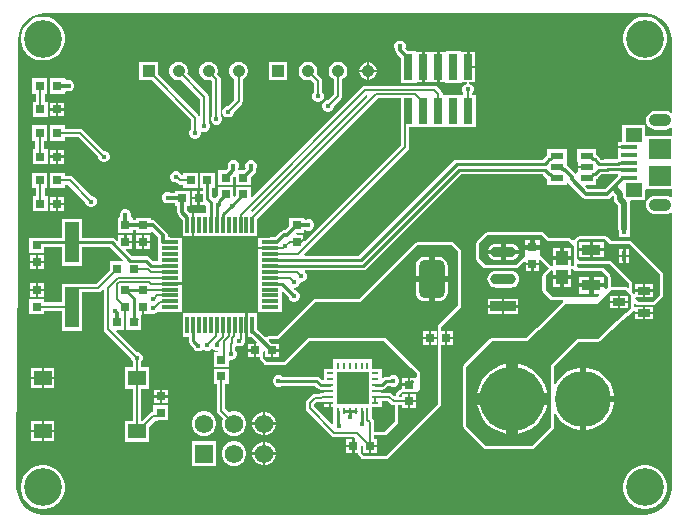
<source format=gtl>
G04*
G04 #@! TF.GenerationSoftware,Altium Limited,Altium Designer,22.0.2 (36)*
G04*
G04 Layer_Physical_Order=1*
G04 Layer_Color=255*
%FSLAX25Y25*%
%MOIN*%
G70*
G04*
G04 #@! TF.SameCoordinates,77FB473F-6002-4E98-9841-083E989A2A2F*
G04*
G04*
G04 #@! TF.FilePolarity,Positive*
G04*
G01*
G75*
%ADD10C,0.00984*%
%ADD12C,0.00787*%
%ADD19R,0.03000X0.03000*%
%ADD20R,0.01811X0.03307*%
%ADD21R,0.05807X0.01181*%
%ADD22R,0.01181X0.05807*%
%ADD23R,0.04400X0.02400*%
%ADD24R,0.06102X0.05118*%
%ADD25R,0.03000X0.03000*%
%ADD26R,0.03150X0.03150*%
%ADD27R,0.02362X0.00984*%
%ADD28R,0.00984X0.02362*%
%ADD30R,0.02992X0.08661*%
%ADD31R,0.04331X0.02559*%
%ADD32R,0.06496X0.03622*%
%ADD33R,0.04166X0.04748*%
G04:AMPARAMS|DCode=34|XSize=85.03mil|YSize=126.46mil|CornerRadius=17.86mil|HoleSize=0mil|Usage=FLASHONLY|Rotation=180.000|XOffset=0mil|YOffset=0mil|HoleType=Round|Shape=RoundedRectangle|*
%AMROUNDEDRECTD34*
21,1,0.08503,0.09075,0,0,180.0*
21,1,0.04932,0.12646,0,0,180.0*
1,1,0.03571,-0.02466,0.04538*
1,1,0.03571,0.02466,0.04538*
1,1,0.03571,0.02466,-0.04538*
1,1,0.03571,-0.02466,-0.04538*
%
%ADD34ROUNDEDRECTD34*%
G04:AMPARAMS|DCode=35|XSize=85.03mil|YSize=35.91mil|CornerRadius=17.96mil|HoleSize=0mil|Usage=FLASHONLY|Rotation=180.000|XOffset=0mil|YOffset=0mil|HoleType=Round|Shape=RoundedRectangle|*
%AMROUNDEDRECTD35*
21,1,0.08503,0.00000,0,0,180.0*
21,1,0.04911,0.03591,0,0,180.0*
1,1,0.03591,-0.02456,0.00000*
1,1,0.03591,0.02456,0.00000*
1,1,0.03591,0.02456,0.00000*
1,1,0.03591,-0.02456,0.00000*
%
%ADD35ROUNDEDRECTD35*%
%ADD36R,0.08503X0.03591*%
%ADD37R,0.05512X0.01575*%
%ADD38R,0.05709X0.04528*%
%ADD39R,0.07480X0.06890*%
%ADD40R,0.04724X0.13780*%
%ADD47R,0.10630X0.10630*%
%ADD50C,0.06181*%
%ADD51R,0.06181X0.06181*%
%ADD57O,0.07480X0.04134*%
%ADD58C,0.01024*%
%ADD59C,0.01181*%
%ADD60C,0.01968*%
%ADD61C,0.00827*%
%ADD62C,0.12598*%
%ADD63R,0.04134X0.04134*%
%ADD64C,0.04134*%
%ADD65C,0.21496*%
%ADD66C,0.18661*%
%ADD67C,0.01772*%
G36*
X537405Y394104D02*
X539225Y393350D01*
X540863Y392256D01*
X542256Y390863D01*
X543350Y389225D01*
X544104Y387405D01*
X544488Y385473D01*
Y384488D01*
Y361277D01*
X543988Y361030D01*
X543712Y361242D01*
X542966Y361551D01*
X542165Y361656D01*
X538819D01*
X538018Y361551D01*
X537272Y361242D01*
X536632Y360750D01*
X536140Y360110D01*
X535831Y359364D01*
X535726Y358563D01*
X535831Y357762D01*
X536140Y357016D01*
X536632Y356376D01*
X537272Y355884D01*
X538018Y355575D01*
X538819Y355470D01*
X542165D01*
X542966Y355575D01*
X543712Y355884D01*
X543988Y356096D01*
X544488Y355849D01*
Y353362D01*
X536067D01*
X535752Y353362D01*
X535567Y353786D01*
Y356886D01*
X527858D01*
Y351181D01*
X526516D01*
Y350000D01*
X530059D01*
Y349213D01*
X526516D01*
Y348835D01*
X526303D01*
Y345690D01*
X526164Y345663D01*
X522176D01*
X521586Y345545D01*
X521467Y345466D01*
X520785D01*
X520535Y345840D01*
X519773Y346602D01*
X519273Y346936D01*
X519145Y346961D01*
Y348952D01*
X512745D01*
Y344552D01*
X512957D01*
Y343406D01*
X515945D01*
Y342618D01*
X512957D01*
Y341472D01*
X512745D01*
Y340886D01*
X512245Y340734D01*
X512170Y340846D01*
X510020Y342996D01*
X509494Y343348D01*
X509302Y343386D01*
Y348952D01*
X502902D01*
Y346961D01*
X502774Y346936D01*
X502274Y346602D01*
X501513Y345840D01*
X501262Y345466D01*
X472645D01*
X472055Y345348D01*
X471555Y345014D01*
X440018Y313477D01*
X421986D01*
X421795Y313939D01*
X456438Y348583D01*
X456746Y349044D01*
X456854Y349587D01*
Y356480D01*
X459031D01*
X459031Y356480D01*
X459039D01*
Y356480D01*
X459531Y356480D01*
X464031D01*
Y356480D01*
X464039D01*
Y356480D01*
X468539D01*
X469031Y356480D01*
X469531Y356480D01*
X473539D01*
X474031Y356480D01*
X474532Y356480D01*
X479032D01*
Y367142D01*
X477819D01*
Y367672D01*
X477977Y367829D01*
X478264Y368523D01*
Y369273D01*
X477977Y369966D01*
X477446Y370496D01*
X476753Y370783D01*
X476810Y371260D01*
X478819D01*
Y375984D01*
X476535D01*
Y376378D01*
X476142D01*
Y381496D01*
X474443Y381496D01*
X474031Y381709D01*
X473840Y381709D01*
X469039Y381709D01*
X468627Y381496D01*
X468539Y381496D01*
X466929D01*
Y376378D01*
Y371260D01*
X468627Y371260D01*
X469039Y371047D01*
X469231Y371047D01*
X474031Y371047D01*
X474443Y371260D01*
X475946Y371260D01*
X476003Y370783D01*
X475310Y370496D01*
X474779Y369966D01*
X474492Y369273D01*
Y368523D01*
X474779Y367829D01*
X474708Y367267D01*
X474583Y367142D01*
X474039Y367142D01*
X473539Y367142D01*
X469531D01*
X469039Y367142D01*
X468539Y367142D01*
X467956D01*
Y367323D01*
X467848Y367867D01*
X467540Y368328D01*
X466253Y369615D01*
X465792Y369923D01*
X465248Y370031D01*
X442233D01*
X441689Y369923D01*
X441228Y369615D01*
X404537Y332923D01*
X404075Y333115D01*
Y336364D01*
X399075D01*
Y333516D01*
X398631Y333072D01*
X398169Y333263D01*
Y336364D01*
X393169D01*
Y333516D01*
X392315Y332661D01*
X392271Y332595D01*
X392193Y332555D01*
X391639Y332549D01*
X391088Y333100D01*
Y336083D01*
X392067D01*
Y341083D01*
X387067D01*
Y336083D01*
X388046D01*
Y334965D01*
X387002D01*
Y332677D01*
Y330390D01*
X388896D01*
X389227Y330027D01*
Y327675D01*
X385220D01*
Y327463D01*
X385220D01*
Y323772D01*
Y320081D01*
X385220D01*
Y319868D01*
X406118D01*
Y323831D01*
X406145Y323968D01*
Y325693D01*
X446354Y365902D01*
X454039D01*
Y360846D01*
X454012Y360709D01*
Y350176D01*
X422041Y318205D01*
X421579Y318396D01*
Y320404D01*
X419318D01*
X419072Y320904D01*
X419237Y321116D01*
X421791D01*
Y322047D01*
X422341D01*
X422853Y321835D01*
X423603D01*
X424297Y322122D01*
X424827Y322652D01*
X425114Y323345D01*
Y324096D01*
X424827Y324789D01*
X424297Y325319D01*
X423603Y325606D01*
X422853D01*
X422291Y325374D01*
X421909Y325550D01*
X421791Y325658D01*
Y326116D01*
X416791D01*
Y323410D01*
X415314Y321932D01*
X415096D01*
X414475Y321808D01*
X413949Y321457D01*
X412027Y319535D01*
X410386D01*
X410229Y319504D01*
X406482D01*
Y316323D01*
X406695D01*
Y316323D01*
X410229D01*
X410386Y316291D01*
Y315567D01*
X406695D01*
Y315567D01*
X406482D01*
Y312386D01*
Y310417D01*
Y306480D01*
Y302543D01*
Y298606D01*
Y294669D01*
X414289D01*
Y296638D01*
Y301410D01*
X414751Y301601D01*
X416618Y299734D01*
Y299625D01*
X416905Y298932D01*
X417436Y298401D01*
X418129Y298114D01*
X418879D01*
X419572Y298401D01*
X420103Y298932D01*
X420390Y299625D01*
Y300375D01*
X420103Y301068D01*
X419572Y301599D01*
X418879Y301886D01*
X418770D01*
X418317Y302339D01*
X418524Y302839D01*
X418879D01*
X419572Y303126D01*
X420103Y303656D01*
X420330Y304204D01*
X420390Y304349D01*
X420845Y304666D01*
X421159D01*
X421852Y304953D01*
X422382Y305484D01*
X422669Y306177D01*
Y306927D01*
X422382Y307620D01*
X421933Y308070D01*
X422020Y308452D01*
X422086Y308570D01*
X441412D01*
X442002Y308687D01*
X442502Y309021D01*
X474039Y340558D01*
X501262D01*
X501513Y340183D01*
X502274Y339422D01*
X502774Y339088D01*
X502902Y339062D01*
Y337072D01*
X509302D01*
Y337657D01*
X509802Y337809D01*
X509877Y337697D01*
X514764Y332810D01*
X515290Y332458D01*
X515911Y332335D01*
X522677D01*
X523298Y332458D01*
X523824Y332810D01*
X524588Y333574D01*
X525058Y333105D01*
Y332363D01*
X525212Y331588D01*
X525650Y330932D01*
X526520Y330062D01*
Y322441D01*
X526638Y321850D01*
Y319788D01*
X530449D01*
Y321850D01*
X530567Y322441D01*
Y330900D01*
X530429Y331591D01*
X530687Y332091D01*
X535567D01*
Y335191D01*
X535752Y335614D01*
X536067Y335614D01*
X544488D01*
Y333127D01*
X543988Y332880D01*
X543712Y333092D01*
X542966Y333401D01*
X542165Y333507D01*
X538819D01*
X538018Y333401D01*
X537272Y333092D01*
X536632Y332601D01*
X536140Y331960D01*
X535831Y331214D01*
X535726Y330413D01*
X535831Y329613D01*
X536140Y328867D01*
X536632Y328226D01*
X537272Y327734D01*
X538018Y327425D01*
X538819Y327320D01*
X542165D01*
X542966Y327425D01*
X543712Y327734D01*
X543988Y327946D01*
X544488Y327700D01*
Y236870D01*
Y235885D01*
X544104Y233953D01*
X543350Y232133D01*
X542256Y230495D01*
X540863Y229103D01*
X539225Y228008D01*
X537405Y227254D01*
X535473Y226870D01*
X334901D01*
X332969Y227254D01*
X331149Y228008D01*
X329511Y229103D01*
X328118Y230495D01*
X327024Y232133D01*
X326270Y233953D01*
X325886Y235885D01*
Y236870D01*
Y243701D01*
X326279Y313484D01*
Y384488D01*
Y385473D01*
X326664Y387405D01*
X327418Y389225D01*
X328512Y390863D01*
X329905Y392256D01*
X331543Y393350D01*
X333363Y394104D01*
X335295Y394488D01*
X535473D01*
X537405Y394104D01*
D02*
G37*
G36*
X526303Y340727D02*
Y339876D01*
X524542Y338115D01*
X522006Y335578D01*
X516583D01*
X515552Y336610D01*
X515743Y337072D01*
X519145D01*
Y339062D01*
X519273Y339088D01*
X519773Y339422D01*
X520535Y340183D01*
X520785Y340558D01*
X522734D01*
X523324Y340675D01*
X523444Y340755D01*
X526163D01*
X526303Y340727D01*
D02*
G37*
G36*
X442622Y366895D02*
X442786Y366353D01*
X404387Y327954D01*
X404309Y327969D01*
X404144Y328512D01*
X442543Y366911D01*
X442622Y366895D01*
D02*
G37*
%LPC*%
G36*
X464252Y381496D02*
X463819D01*
X463752Y381496D01*
X461929D01*
Y376378D01*
Y371260D01*
X463752D01*
X463819Y371260D01*
X464252D01*
X464319Y371260D01*
X466142D01*
Y376378D01*
Y381496D01*
X464319D01*
X464252Y381496D01*
D02*
G37*
G36*
X536152Y393126D02*
X534714D01*
X533304Y392846D01*
X531976Y392295D01*
X530780Y391496D01*
X529763Y390480D01*
X528965Y389284D01*
X528414Y387956D01*
X528134Y386546D01*
Y385108D01*
X528414Y383698D01*
X528965Y382369D01*
X529763Y381174D01*
X530780Y380157D01*
X531976Y379358D01*
X533304Y378808D01*
X534714Y378528D01*
X536152D01*
X537562Y378808D01*
X538891Y379358D01*
X540086Y380157D01*
X541103Y381174D01*
X541901Y382369D01*
X542452Y383698D01*
X542732Y385108D01*
Y386546D01*
X542452Y387956D01*
X541901Y389284D01*
X541103Y390480D01*
X540086Y391496D01*
X538891Y392295D01*
X537562Y392846D01*
X536152Y393126D01*
D02*
G37*
G36*
X335365D02*
X333927D01*
X332517Y392846D01*
X331188Y392295D01*
X329993Y391496D01*
X328976Y390480D01*
X328177Y389284D01*
X327627Y387956D01*
X327346Y386546D01*
Y385108D01*
X327627Y383698D01*
X328177Y382369D01*
X328976Y381174D01*
X329993Y380157D01*
X331188Y379358D01*
X332517Y378808D01*
X333927Y378528D01*
X335365D01*
X336775Y378808D01*
X338103Y379358D01*
X339299Y380157D01*
X340315Y381174D01*
X341114Y382369D01*
X341664Y383698D01*
X341945Y385108D01*
Y386546D01*
X341664Y387956D01*
X341114Y389284D01*
X340315Y390480D01*
X339299Y391496D01*
X338103Y392295D01*
X336775Y392846D01*
X335365Y393126D01*
D02*
G37*
G36*
X476929Y381496D02*
Y376772D01*
X478819D01*
Y381496D01*
X476929D01*
D02*
G37*
G36*
X443465Y377850D02*
Y375394D01*
X445920D01*
X445731Y376102D01*
X445355Y376753D01*
X444823Y377284D01*
X444172Y377660D01*
X443465Y377850D01*
D02*
G37*
G36*
X442677D02*
X441969Y377660D01*
X441318Y377284D01*
X440787Y376753D01*
X440411Y376102D01*
X440221Y375394D01*
X442677D01*
Y377850D01*
D02*
G37*
G36*
X445920Y374606D02*
X443465D01*
Y372150D01*
X444172Y372340D01*
X444823Y372716D01*
X445355Y373247D01*
X445731Y373898D01*
X445920Y374606D01*
D02*
G37*
G36*
X442677D02*
X440221D01*
X440411Y373898D01*
X440787Y373247D01*
X441318Y372716D01*
X441969Y372340D01*
X442677Y372150D01*
Y374606D01*
D02*
G37*
G36*
X416138Y378067D02*
X410004D01*
Y371933D01*
X416138D01*
Y378067D01*
D02*
G37*
G36*
X454115Y385154D02*
X453365D01*
X452672Y384866D01*
X452141Y384336D01*
X451854Y383643D01*
Y382893D01*
X452141Y382200D01*
X452231Y382109D01*
Y381895D01*
X452355Y381274D01*
X452706Y380748D01*
X454039Y379415D01*
Y371047D01*
X459031Y371047D01*
X459443Y371260D01*
X459531Y371260D01*
X461142D01*
Y376378D01*
Y381496D01*
X459443Y381496D01*
X459031Y381709D01*
X458840Y381709D01*
X456333D01*
X455486Y382555D01*
X455626Y382893D01*
Y383643D01*
X455339Y384336D01*
X454808Y384866D01*
X454115Y385154D01*
D02*
G37*
G36*
X342142Y372654D02*
X336992D01*
Y367504D01*
X342142D01*
Y367979D01*
X342642Y368313D01*
X342932Y368193D01*
X343682D01*
X344375Y368480D01*
X344906Y369010D01*
X345193Y369704D01*
Y370454D01*
X344906Y371147D01*
X344375Y371677D01*
X343682Y371965D01*
X342932D01*
X342642Y371844D01*
X342142Y372179D01*
Y372654D01*
D02*
G37*
G36*
X423475Y378067D02*
X422667D01*
X421887Y377858D01*
X421188Y377454D01*
X420617Y376883D01*
X420213Y376184D01*
X420004Y375404D01*
Y374596D01*
X420213Y373816D01*
X420617Y373117D01*
X421188Y372546D01*
X421887Y372142D01*
X422667Y371933D01*
X423475D01*
X423990Y372071D01*
X424957Y371104D01*
Y367781D01*
X424779Y367604D01*
X424492Y366911D01*
Y366160D01*
X424779Y365467D01*
X425310Y364937D01*
X426003Y364650D01*
X426753D01*
X427446Y364937D01*
X427977Y365467D01*
X428264Y366160D01*
Y366911D01*
X427977Y367604D01*
X427799Y367781D01*
Y371693D01*
X427691Y372237D01*
X427383Y372698D01*
X426000Y374081D01*
X426138Y374596D01*
Y375404D01*
X425929Y376184D01*
X425525Y376883D01*
X424954Y377454D01*
X424255Y377858D01*
X423475Y378067D01*
D02*
G37*
G36*
X341652Y364492D02*
X339758D01*
Y362598D01*
X341652D01*
Y364492D01*
D02*
G37*
G36*
X338970D02*
X337077D01*
Y362598D01*
X338970D01*
Y364492D01*
D02*
G37*
G36*
X433475Y378067D02*
X432667D01*
X431887Y377858D01*
X431188Y377454D01*
X430617Y376883D01*
X430213Y376184D01*
X430004Y375404D01*
Y374596D01*
X430213Y373816D01*
X430617Y373117D01*
X431188Y372546D01*
X431650Y372279D01*
Y367313D01*
X429608Y365272D01*
X429357D01*
X428664Y364984D01*
X428134Y364454D01*
X427846Y363761D01*
Y363011D01*
X428134Y362318D01*
X428664Y361787D01*
X429357Y361500D01*
X430107D01*
X430800Y361787D01*
X431331Y362318D01*
X431618Y363011D01*
Y363262D01*
X434076Y365720D01*
X434384Y366180D01*
X434492Y366724D01*
Y372279D01*
X434954Y372546D01*
X435525Y373117D01*
X435929Y373816D01*
X436138Y374596D01*
Y375404D01*
X435929Y376184D01*
X435525Y376883D01*
X434954Y377454D01*
X434255Y377858D01*
X433475Y378067D01*
D02*
G37*
G36*
X380325D02*
X379517D01*
X378737Y377858D01*
X378038Y377454D01*
X377467Y376883D01*
X377063Y376184D01*
X376854Y375404D01*
Y374596D01*
X377063Y373816D01*
X377467Y373117D01*
X378038Y372546D01*
X378737Y372142D01*
X379517Y371933D01*
X380325D01*
X380840Y372071D01*
X387162Y365750D01*
Y360310D01*
X386662Y360158D01*
X386438Y360493D01*
X372988Y373943D01*
Y378067D01*
X366854D01*
Y371933D01*
X370978D01*
X384012Y358899D01*
Y355577D01*
X383834Y355399D01*
X383547Y354706D01*
Y353956D01*
X383834Y353262D01*
X384365Y352732D01*
X385058Y352445D01*
X385808D01*
X386501Y352732D01*
X387032Y353262D01*
X387319Y353956D01*
Y354637D01*
X387523Y354850D01*
X387737Y355002D01*
X388208Y354807D01*
X388958D01*
X389651Y355094D01*
X390181Y355625D01*
X390469Y356318D01*
Y357068D01*
X390181Y357761D01*
X390004Y357939D01*
Y366338D01*
X389896Y366882D01*
X389587Y367343D01*
X382850Y374081D01*
X382988Y374596D01*
Y375404D01*
X382779Y376184D01*
X382375Y376883D01*
X381804Y377454D01*
X381105Y377858D01*
X380325Y378067D01*
D02*
G37*
G36*
X341652Y361811D02*
X339758D01*
Y359917D01*
X341652D01*
Y361811D01*
D02*
G37*
G36*
X338970D02*
X337077D01*
Y359917D01*
X338970D01*
Y361811D01*
D02*
G37*
G36*
X336236Y372654D02*
X331087D01*
Y367504D01*
X332423D01*
Y364705D01*
X331364D01*
Y359705D01*
X336364D01*
Y364705D01*
X335305D01*
Y367504D01*
X336236D01*
Y372654D01*
D02*
G37*
G36*
X400325Y378067D02*
X399517D01*
X398737Y377858D01*
X398038Y377454D01*
X397467Y376883D01*
X397063Y376184D01*
X396854Y375404D01*
Y374596D01*
X397063Y373816D01*
X397467Y373117D01*
X398038Y372546D01*
X398500Y372279D01*
Y365470D01*
X396333Y363303D01*
X396082D01*
X395389Y363016D01*
X394858Y362486D01*
X394571Y361792D01*
Y361042D01*
X394858Y360349D01*
X395389Y359819D01*
X396082Y359531D01*
X396832D01*
X397525Y359819D01*
X398055Y360349D01*
X398342Y361042D01*
Y361294D01*
X400926Y363877D01*
X401234Y364338D01*
X401342Y364882D01*
Y372279D01*
X401804Y372546D01*
X402375Y373117D01*
X402779Y373816D01*
X402988Y374596D01*
Y375404D01*
X402779Y376184D01*
X402375Y376883D01*
X401804Y377454D01*
X401105Y377858D01*
X400325Y378067D01*
D02*
G37*
G36*
X390325D02*
X389517D01*
X388737Y377858D01*
X388038Y377454D01*
X387467Y376883D01*
X387063Y376184D01*
X386854Y375404D01*
Y374596D01*
X387063Y373816D01*
X387467Y373117D01*
X388038Y372546D01*
X388737Y372142D01*
X389517Y371933D01*
X390325D01*
X390689Y372031D01*
X391099Y371687D01*
Y360301D01*
X390921Y360123D01*
X390634Y359430D01*
Y358680D01*
X390921Y357987D01*
X391452Y357456D01*
X392145Y357169D01*
X392895D01*
X393588Y357456D01*
X394118Y357987D01*
X394406Y358680D01*
Y359430D01*
X394118Y360123D01*
X393941Y360301D01*
Y372401D01*
X393832Y372945D01*
X393525Y373406D01*
X392850Y374081D01*
X392988Y374596D01*
Y375404D01*
X392779Y376184D01*
X392375Y376883D01*
X391804Y377454D01*
X391105Y377858D01*
X390325Y378067D01*
D02*
G37*
G36*
X341652Y348744D02*
X339758D01*
Y346850D01*
X341652D01*
Y348744D01*
D02*
G37*
G36*
X338970D02*
X337077D01*
Y346850D01*
X338970D01*
Y348744D01*
D02*
G37*
G36*
X342142Y356906D02*
X336992D01*
Y351756D01*
X342142D01*
Y352910D01*
X346655D01*
X353232Y346333D01*
Y346082D01*
X353519Y345389D01*
X354050Y344858D01*
X354743Y344571D01*
X355493D01*
X356186Y344858D01*
X356717Y345389D01*
X357004Y346082D01*
Y346832D01*
X356717Y347525D01*
X356186Y348055D01*
X355493Y348342D01*
X355242D01*
X348249Y355336D01*
X347788Y355644D01*
X347244Y355752D01*
X342142D01*
Y356906D01*
D02*
G37*
G36*
X341652Y346063D02*
X339758D01*
Y344169D01*
X341652D01*
Y346063D01*
D02*
G37*
G36*
X338970D02*
X337077D01*
Y344169D01*
X338970D01*
Y346063D01*
D02*
G37*
G36*
X336236Y356906D02*
X331087D01*
Y351756D01*
X332220D01*
Y348957D01*
X331364D01*
Y343957D01*
X336364D01*
Y348957D01*
X335103D01*
Y351756D01*
X336236D01*
Y356906D01*
D02*
G37*
G36*
X398604Y345390D02*
X397853D01*
X397160Y345103D01*
X396630Y344572D01*
X396342Y343879D01*
Y343129D01*
X396576Y342565D01*
X395876Y341864D01*
X393169D01*
Y336864D01*
X398169D01*
Y339571D01*
X398613Y340014D01*
X399075Y339823D01*
Y336864D01*
X404075D01*
Y339571D01*
X405281Y340776D01*
X405632Y341303D01*
X405756Y341923D01*
Y342393D01*
X406020Y343030D01*
Y343781D01*
X405733Y344474D01*
X405202Y345004D01*
X404509Y345291D01*
X403759D01*
X403066Y345004D01*
X402535Y344474D01*
X402248Y343781D01*
Y343030D01*
X402453Y342536D01*
X401781Y341864D01*
X399899D01*
X399850Y341923D01*
Y342491D01*
X400114Y343129D01*
Y343879D01*
X399827Y344572D01*
X399297Y345103D01*
X398604Y345390D01*
D02*
G37*
G36*
X379509Y341650D02*
X378759D01*
X378066Y341363D01*
X377535Y340832D01*
X377248Y340139D01*
Y339389D01*
X377535Y338696D01*
X378066Y338165D01*
X378759Y337878D01*
X379237D01*
X379552Y337564D01*
X380019Y337251D01*
X380571Y337142D01*
X381567D01*
Y336083D01*
X386567D01*
Y341083D01*
X381567D01*
Y340267D01*
X381067Y340124D01*
X380996Y340195D01*
X380733Y340832D01*
X380202Y341363D01*
X379509Y341650D01*
D02*
G37*
G36*
X383608Y335177D02*
X378608D01*
Y334348D01*
X377374D01*
X377348Y334374D01*
X376655Y334661D01*
X375904D01*
X375211Y334374D01*
X374681Y333844D01*
X374394Y333151D01*
Y332400D01*
X374681Y331707D01*
X375211Y331177D01*
X375904Y330890D01*
X376655D01*
X377173Y331105D01*
X378608D01*
Y330177D01*
X379486D01*
Y327850D01*
X379610Y327230D01*
X379961Y326704D01*
X381252Y325413D01*
Y323772D01*
X381283Y323615D01*
Y319868D01*
X384465D01*
Y320081D01*
X384465D01*
Y323615D01*
X384496Y323772D01*
Y326085D01*
X384465Y326241D01*
Y327463D01*
X384465D01*
Y327675D01*
X383577D01*
X382730Y328522D01*
Y330177D01*
X383608D01*
Y335177D01*
D02*
G37*
G36*
X386214Y334965D02*
X384321D01*
Y333071D01*
X386214D01*
Y334965D01*
D02*
G37*
G36*
X341652Y332996D02*
X339758D01*
Y331102D01*
X341652D01*
Y332996D01*
D02*
G37*
G36*
X338970D02*
X337077D01*
Y331102D01*
X338970D01*
Y332996D01*
D02*
G37*
G36*
X386214Y332283D02*
X384321D01*
Y330390D01*
X386214D01*
Y332283D01*
D02*
G37*
G36*
X342142Y341157D02*
X336992D01*
Y336008D01*
X342142D01*
Y337162D01*
X343112D01*
X348902Y331372D01*
Y331121D01*
X349189Y330428D01*
X349719Y329897D01*
X350412Y329610D01*
X351163D01*
X351856Y329897D01*
X352386Y330428D01*
X352673Y331121D01*
Y331871D01*
X352386Y332564D01*
X351856Y333095D01*
X351163Y333382D01*
X350911D01*
X344706Y339587D01*
X344245Y339895D01*
X343701Y340004D01*
X342142D01*
Y341157D01*
D02*
G37*
G36*
X341652Y330315D02*
X339758D01*
Y328421D01*
X341652D01*
Y330315D01*
D02*
G37*
G36*
X338970D02*
X337077D01*
Y328421D01*
X338970D01*
Y330315D01*
D02*
G37*
G36*
X336236Y341157D02*
X331087D01*
Y336008D01*
X332423D01*
Y333209D01*
X331364D01*
Y328209D01*
X336364D01*
Y333209D01*
X335305D01*
Y336008D01*
X336236D01*
Y341157D01*
D02*
G37*
G36*
X370398Y320404D02*
X368504D01*
Y318510D01*
X370398D01*
Y320404D01*
D02*
G37*
G36*
X364492D02*
X362598D01*
Y318510D01*
X364492D01*
Y320404D01*
D02*
G37*
G36*
X367717D02*
X365823D01*
Y318510D01*
X367717D01*
Y320404D01*
D02*
G37*
G36*
X370398Y317723D02*
X368504D01*
Y315829D01*
X370398D01*
Y317723D01*
D02*
G37*
G36*
X367717D02*
X365823D01*
Y315829D01*
X367717D01*
Y317723D01*
D02*
G37*
G36*
X334965Y313717D02*
X333071D01*
Y311823D01*
X334965D01*
Y313717D01*
D02*
G37*
G36*
X332283D02*
X330390D01*
Y311823D01*
X332283D01*
Y313717D01*
D02*
G37*
G36*
X362580Y328953D02*
X361830D01*
X361137Y328666D01*
X360606Y328135D01*
X360319Y327442D01*
Y326692D01*
X360385Y326532D01*
X360107Y326116D01*
X359705D01*
Y321116D01*
X364705D01*
Y321994D01*
X365610D01*
Y321116D01*
X370610D01*
Y321318D01*
X371110Y321526D01*
X373081Y319555D01*
Y317913D01*
X373112Y317757D01*
Y316323D01*
Y311561D01*
X371425D01*
X370075Y312911D01*
X369582Y313240D01*
X369000Y313356D01*
X364307D01*
X362296Y315367D01*
X362488Y315829D01*
X364492D01*
Y317723D01*
X362205D01*
Y318116D01*
X361811D01*
Y320404D01*
X359917D01*
Y318399D01*
X359455Y318208D01*
X358674Y318989D01*
X358180Y319319D01*
X357598Y319435D01*
X347850D01*
Y325803D01*
X341126D01*
Y319435D01*
X333662D01*
X333661Y319435D01*
X333633Y319429D01*
X330177D01*
Y314429D01*
X335177D01*
Y316392D01*
X341126D01*
Y310024D01*
X347850D01*
Y316392D01*
X356968D01*
X361343Y312017D01*
X361152Y311555D01*
X356955D01*
Y308593D01*
X352539Y304177D01*
X346437D01*
X346401Y304170D01*
X346358Y304179D01*
X346212Y304150D01*
X341126D01*
Y297904D01*
X335177D01*
Y298963D01*
X330177D01*
Y293963D01*
X335177D01*
Y295022D01*
X341126D01*
Y288370D01*
X347850D01*
Y301295D01*
X353136D01*
X353687Y301405D01*
X354155Y301717D01*
X354558Y302120D01*
X355020Y301929D01*
Y288998D01*
X355129Y288446D01*
X355442Y287979D01*
X364158Y279263D01*
Y279040D01*
X364445Y278347D01*
X364602Y278189D01*
Y276197D01*
X361992D01*
Y269079D01*
X364602D01*
Y258480D01*
X361992D01*
Y251362D01*
X370095D01*
Y256442D01*
X372154Y258502D01*
X372929D01*
X373068Y258530D01*
X376516D01*
Y263530D01*
X371516D01*
Y261376D01*
X371006Y261274D01*
X370538Y260962D01*
X368057Y258480D01*
X367484D01*
Y269079D01*
X370095D01*
Y276197D01*
X367484D01*
Y278189D01*
X367642Y278347D01*
X367929Y279040D01*
Y279790D01*
X367642Y280483D01*
X367112Y281014D01*
X366419Y281301D01*
X366196D01*
X359120Y288377D01*
X359311Y288839D01*
X361955D01*
Y288839D01*
X362455D01*
Y288839D01*
X367455D01*
Y292199D01*
X367484Y292346D01*
X367455Y292494D01*
Y293839D01*
X367717Y294083D01*
Y296463D01*
X368504D01*
Y294175D01*
X370398D01*
X370398Y294175D01*
Y294175D01*
X370898Y294258D01*
X371121Y294166D01*
X371871D01*
X372564Y294453D01*
X372661Y294550D01*
X373112Y294669D01*
X373112Y294669D01*
Y294669D01*
X373112Y294669D01*
X380919D01*
Y296638D01*
Y300575D01*
Y303756D01*
X380707D01*
Y303756D01*
X377016D01*
Y304512D01*
X380707D01*
Y304512D01*
X380919D01*
Y308449D01*
Y312386D01*
Y316323D01*
Y319504D01*
X377172D01*
X377016Y319535D01*
X376325D01*
Y320226D01*
X376201Y320847D01*
X375850Y321373D01*
X372460Y324763D01*
X371934Y325114D01*
X371313Y325238D01*
X370610D01*
Y326116D01*
X365610D01*
Y325238D01*
X364705D01*
Y326116D01*
X364302D01*
X364024Y326532D01*
X364090Y326692D01*
Y327442D01*
X363803Y328135D01*
X363273Y328666D01*
X362580Y328953D01*
D02*
G37*
G36*
X334965Y311035D02*
X333071D01*
Y309142D01*
X334965D01*
Y311035D01*
D02*
G37*
G36*
X332283D02*
X330390D01*
Y309142D01*
X332283D01*
Y311035D01*
D02*
G37*
G36*
X500181Y310340D02*
X498287D01*
Y308447D01*
X500181D01*
Y310340D01*
D02*
G37*
G36*
X497500D02*
X495606D01*
Y308447D01*
X497500D01*
Y310340D01*
D02*
G37*
G36*
X490610Y308430D02*
X485699D01*
X484969Y308334D01*
X484289Y308052D01*
X483705Y307604D01*
X483257Y307020D01*
X482975Y306340D01*
X482879Y305610D01*
X482975Y304880D01*
X483257Y304200D01*
X483705Y303616D01*
X484289Y303168D01*
X484969Y302887D01*
X485699Y302790D01*
X490610D01*
X491340Y302887D01*
X492020Y303168D01*
X492604Y303616D01*
X493052Y304200D01*
X493334Y304880D01*
X493430Y305610D01*
X493334Y306340D01*
X493052Y307020D01*
X492604Y307604D01*
X492020Y308052D01*
X491340Y308334D01*
X490610Y308430D01*
D02*
G37*
G36*
X334965Y304250D02*
X333071D01*
Y302356D01*
X334965D01*
Y304250D01*
D02*
G37*
G36*
X332283D02*
X330390D01*
Y302356D01*
X332283D01*
Y304250D01*
D02*
G37*
G36*
X334965Y301569D02*
X333071D01*
Y299675D01*
X334965D01*
Y301569D01*
D02*
G37*
G36*
X332283D02*
X330390D01*
Y299675D01*
X332283D01*
Y301569D01*
D02*
G37*
G36*
X501083Y321394D02*
X483071D01*
X482681Y321316D01*
X482350Y321095D01*
X479496Y318241D01*
X479275Y317910D01*
X479197Y317520D01*
Y312303D01*
X479275Y311913D01*
X479496Y311582D01*
X481563Y309515D01*
X481893Y309294D01*
X482283Y309217D01*
X492520Y309217D01*
X492910Y309294D01*
X493241Y309515D01*
X493241Y309515D01*
X495145Y311419D01*
X495606Y311228D01*
Y311128D01*
X497894D01*
X500181D01*
Y311897D01*
X500643Y312088D01*
X503145Y309587D01*
X503312Y309410D01*
X503152Y308924D01*
X501543Y307315D01*
X501322Y306985D01*
X501244Y306594D01*
Y302067D01*
X501322Y301677D01*
X501543Y301346D01*
X503905Y298984D01*
X504236Y298763D01*
X504626Y298685D01*
X508020D01*
X508172Y298185D01*
X508137Y298162D01*
X499485Y289510D01*
X495754Y285961D01*
X484350Y285961D01*
X483960Y285883D01*
X483629Y285662D01*
X475165Y277197D01*
X474944Y276867D01*
X474866Y276476D01*
X474866Y256693D01*
X474944Y256303D01*
X475165Y255972D01*
X481759Y249377D01*
X482090Y249156D01*
X482480Y249079D01*
X497835D01*
X498225Y249156D01*
X498556Y249377D01*
X504855Y255677D01*
X505076Y256008D01*
X505153Y256398D01*
Y260764D01*
X505222Y260778D01*
X505653Y260788D01*
X506739Y259163D01*
X508178Y257724D01*
X509870Y256593D01*
X511750Y255814D01*
X513746Y255417D01*
X513779D01*
Y265748D01*
Y276079D01*
X513746D01*
X511750Y275682D01*
X509870Y274903D01*
X508178Y273772D01*
X506739Y272334D01*
X505653Y270708D01*
X505222Y270718D01*
X505153Y270732D01*
Y276645D01*
X513316Y284807D01*
X519685D01*
X519868Y284843D01*
X520051Y284875D01*
X520062Y284882D01*
X520075Y284885D01*
X520230Y284988D01*
X520387Y285088D01*
X524311Y288815D01*
X526844Y291056D01*
X529685Y293407D01*
X529716Y293445D01*
X529756Y293472D01*
X531430Y295145D01*
X531587Y295380D01*
X532074Y295302D01*
X532087Y295297D01*
Y294646D01*
X534646D01*
Y296319D01*
X532228D01*
X532087Y296319D01*
X531728Y296661D01*
Y297550D01*
X532190Y297741D01*
X532547Y297384D01*
X532877Y297163D01*
X533268Y297086D01*
X538164D01*
X538555Y297163D01*
X538885Y297384D01*
X541075Y299574D01*
X541296Y299905D01*
X541374Y300295D01*
Y307283D01*
X541296Y307674D01*
X541075Y308004D01*
X530937Y318142D01*
X530607Y318363D01*
X530217Y318441D01*
X524143D01*
X522965Y319619D01*
X522634Y319840D01*
X522244Y319917D01*
X513386Y319917D01*
X512996Y319840D01*
X512665Y319619D01*
X511976Y318930D01*
X511772Y318625D01*
X511743Y318596D01*
X511220Y318470D01*
X510662Y319028D01*
X510331Y319249D01*
X509941Y319327D01*
X503572D01*
X501804Y321095D01*
X501473Y321316D01*
X501083Y321394D01*
D02*
G37*
G36*
X493193Y299138D02*
X488548D01*
Y296949D01*
X493193D01*
Y299138D01*
D02*
G37*
G36*
X487761D02*
X483116D01*
Y296949D01*
X487761D01*
Y299138D01*
D02*
G37*
G36*
X535433Y296319D02*
Y294646D01*
X537992D01*
Y296319D01*
X535433D01*
D02*
G37*
G36*
X493193Y296162D02*
X488548D01*
Y293972D01*
X493193D01*
Y296162D01*
D02*
G37*
G36*
X487761D02*
X483116D01*
Y293972D01*
X487761D01*
Y296162D01*
D02*
G37*
G36*
X537992Y293858D02*
X535433D01*
Y292185D01*
X537992D01*
Y293858D01*
D02*
G37*
G36*
X534646D02*
X532087D01*
Y292185D01*
X534646D01*
Y293858D01*
D02*
G37*
G36*
X470965Y318047D02*
X459646D01*
X459256Y317969D01*
X458925Y317748D01*
X446129Y304953D01*
X446129Y304953D01*
X440129Y298953D01*
X425394D01*
X425003Y298875D01*
X424673Y298654D01*
X412668Y286649D01*
X410218D01*
X409828Y286572D01*
X409497Y286351D01*
X408875Y286320D01*
X406149Y289046D01*
Y290402D01*
X406118Y290558D01*
Y294305D01*
X402937D01*
Y294092D01*
X402937D01*
Y290558D01*
X402906Y290402D01*
Y288089D01*
X402937Y287932D01*
Y286711D01*
X402937D01*
Y286498D01*
X404110D01*
X405969Y284639D01*
X405905Y284486D01*
Y281890D01*
Y279602D01*
X407051D01*
Y279232D01*
X407129Y278842D01*
X407350Y278511D01*
X408531Y277330D01*
X408862Y277109D01*
X409252Y277032D01*
X415059D01*
X415449Y277109D01*
X415780Y277330D01*
X423552Y285103D01*
X448397D01*
X457350Y276149D01*
X457350Y276149D01*
X459315Y274184D01*
Y273115D01*
X458815Y272754D01*
X457087D01*
Y270467D01*
X456693D01*
Y270073D01*
X454406D01*
Y268933D01*
X454331D01*
X453940Y268855D01*
X453610Y268634D01*
X452584Y267609D01*
X452538Y267541D01*
X452479Y267485D01*
X452429Y267377D01*
X452363Y267278D01*
X452347Y267198D01*
X452313Y267123D01*
X452309Y267004D01*
X452305Y266987D01*
X452017Y266834D01*
X451795Y266791D01*
X451242Y267343D01*
X450781Y267651D01*
X450237Y267760D01*
X447653D01*
Y267831D01*
X447441D01*
Y267914D01*
X445472D01*
Y268701D01*
X447441D01*
Y268754D01*
X447720D01*
X448302Y268870D01*
X448796Y269200D01*
X449728Y270132D01*
X450429D01*
X450507Y270055D01*
X451200Y269768D01*
X451950D01*
X452643Y270055D01*
X453173Y270585D01*
X453461Y271278D01*
Y272029D01*
X453173Y272722D01*
X452643Y273252D01*
X451950Y273539D01*
X451200D01*
X450507Y273252D01*
X450429Y273175D01*
X449098D01*
X448516Y273059D01*
X448153Y272817D01*
X447763Y272967D01*
X447653Y273068D01*
Y275705D01*
X444406D01*
Y278953D01*
X431579D01*
Y275705D01*
X428331D01*
Y271989D01*
X427831Y271877D01*
X426978Y272729D01*
X426484Y273059D01*
X425902Y273175D01*
X414382D01*
X414304Y273252D01*
X413611Y273539D01*
X412861D01*
X412168Y273252D01*
X411637Y272722D01*
X411350Y272029D01*
Y271278D01*
X411637Y270585D01*
X412168Y270055D01*
X412861Y269768D01*
X413611D01*
X414304Y270055D01*
X414382Y270132D01*
X425272D01*
X426204Y269200D01*
X426698Y268870D01*
X427280Y268754D01*
X428543D01*
Y268701D01*
X430512D01*
Y267914D01*
X428543D01*
Y267831D01*
X428331D01*
Y267760D01*
X427670D01*
X427126Y267651D01*
X426822Y267449D01*
X425304D01*
X424760Y267340D01*
X424299Y267032D01*
X422700Y265433D01*
X422392Y264972D01*
X422284Y264428D01*
Y262540D01*
X422392Y261996D01*
X422700Y261535D01*
X430827Y253409D01*
X431288Y253101D01*
X431831Y252992D01*
X438526D01*
X438684Y252787D01*
X438589Y252595D01*
Y250000D01*
Y247713D01*
X439675D01*
Y247691D01*
X439753Y247301D01*
X439974Y246970D01*
X440913Y246031D01*
X441244Y245810D01*
X441634Y245732D01*
X449114D01*
X449504Y245810D01*
X449835Y246031D01*
X467256Y263452D01*
X467477Y263783D01*
X467555Y264173D01*
Y283638D01*
X468754D01*
Y285925D01*
Y288213D01*
X467555D01*
Y289735D01*
X473949Y296129D01*
X474170Y296460D01*
X474248Y296850D01*
Y314764D01*
X474170Y315154D01*
X473949Y315485D01*
X471686Y317748D01*
X471355Y317969D01*
X470965Y318047D01*
D02*
G37*
G36*
X471435Y288213D02*
X469541D01*
Y286319D01*
X471435D01*
Y288213D01*
D02*
G37*
G36*
Y285531D02*
X469541D01*
Y283638D01*
X471435D01*
Y285531D01*
D02*
G37*
G36*
X402181Y294305D02*
X381283D01*
Y286498D01*
X383321D01*
Y285104D01*
X383437Y284521D01*
X383767Y284028D01*
X384654Y283140D01*
Y283031D01*
X384941Y282338D01*
X385472Y281807D01*
X386165Y281520D01*
X386915D01*
X387608Y281807D01*
X388139Y282338D01*
X388406Y282097D01*
X388470Y282033D01*
X389163Y281746D01*
X389913D01*
X390606Y282033D01*
X391133Y282560D01*
X391617Y282076D01*
X392310Y281789D01*
X393060D01*
X393071Y281793D01*
X393480Y281422D01*
X393422Y281228D01*
X391595D01*
Y276228D01*
X396595D01*
Y278487D01*
X397010Y278765D01*
X397062Y278744D01*
X397812D01*
X398505Y279031D01*
X399036Y279561D01*
X399323Y280254D01*
Y281004D01*
X399036Y281698D01*
X398858Y281875D01*
Y283014D01*
X399348Y283352D01*
X399724Y283196D01*
X400474D01*
X401167Y283484D01*
X401698Y284014D01*
X401985Y284707D01*
Y285457D01*
X401952Y285538D01*
X402012Y285840D01*
Y286498D01*
X402181D01*
Y286711D01*
X402181D01*
Y290402D01*
Y294092D01*
X402181D01*
Y294305D01*
D02*
G37*
G36*
X405118Y284177D02*
X403224D01*
Y282283D01*
X405118D01*
Y284177D01*
D02*
G37*
G36*
Y281496D02*
X403224D01*
Y279602D01*
X405118D01*
Y281496D01*
D02*
G37*
G36*
X338583Y275984D02*
X335138D01*
Y273031D01*
X338583D01*
Y275984D01*
D02*
G37*
G36*
X334350D02*
X330905D01*
Y273031D01*
X334350D01*
Y275984D01*
D02*
G37*
G36*
X456299Y272754D02*
X454406D01*
Y270860D01*
X456299D01*
Y272754D01*
D02*
G37*
G36*
X338583Y272244D02*
X335138D01*
Y269291D01*
X338583D01*
Y272244D01*
D02*
G37*
G36*
X334350D02*
X330905D01*
Y269291D01*
X334350D01*
Y272244D01*
D02*
G37*
G36*
X376303Y268817D02*
X374410D01*
Y266923D01*
X376303D01*
Y268817D01*
D02*
G37*
G36*
X373622D02*
X371728D01*
Y266923D01*
X373622D01*
Y268817D01*
D02*
G37*
G36*
X515781Y276079D02*
X515748D01*
Y266732D01*
X525095D01*
Y266765D01*
X524697Y268761D01*
X523919Y270641D01*
X522788Y272334D01*
X521349Y273772D01*
X519657Y274903D01*
X517777Y275682D01*
X515781Y276079D01*
D02*
G37*
G36*
X376303Y266136D02*
X374410D01*
Y264242D01*
X376303D01*
Y266136D01*
D02*
G37*
G36*
X373622D02*
X371728D01*
Y264242D01*
X373622D01*
Y266136D01*
D02*
G37*
G36*
X408936Y261358D02*
X408819D01*
Y257874D01*
X412303D01*
Y257991D01*
X412039Y258977D01*
X411528Y259861D01*
X410806Y260583D01*
X409922Y261094D01*
X408936Y261358D01*
D02*
G37*
G36*
X408032D02*
X407915D01*
X406928Y261094D01*
X406044Y260583D01*
X405322Y259861D01*
X404811Y258977D01*
X404547Y257991D01*
Y257874D01*
X408032D01*
Y261358D01*
D02*
G37*
G36*
X525095Y264764D02*
X515748D01*
Y255417D01*
X515781D01*
X517777Y255814D01*
X519657Y256593D01*
X521349Y257724D01*
X522788Y259163D01*
X523919Y260855D01*
X524697Y262735D01*
X525095Y264731D01*
Y264764D01*
D02*
G37*
G36*
X338583Y258268D02*
X335138D01*
Y255315D01*
X338583D01*
Y258268D01*
D02*
G37*
G36*
X334350D02*
X330905D01*
Y255315D01*
X334350D01*
Y258268D01*
D02*
G37*
G36*
X412303Y257087D02*
X408819D01*
Y253602D01*
X408936D01*
X409922Y253867D01*
X410806Y254377D01*
X411528Y255099D01*
X412039Y255983D01*
X412303Y256970D01*
Y257087D01*
D02*
G37*
G36*
X408032D02*
X404547D01*
Y256970D01*
X404811Y255983D01*
X405322Y255099D01*
X406044Y254377D01*
X406928Y253867D01*
X407915Y253602D01*
X408032D01*
Y257087D01*
D02*
G37*
G36*
X396595Y275728D02*
X391595D01*
Y270728D01*
X392673D01*
Y261811D01*
X392782Y261267D01*
X393090Y260806D01*
X394695Y259201D01*
X394613Y259059D01*
X394335Y258019D01*
Y256942D01*
X394613Y255901D01*
X395152Y254969D01*
X395914Y254207D01*
X396846Y253668D01*
X397887Y253390D01*
X398964D01*
X400004Y253668D01*
X400937Y254207D01*
X401698Y254969D01*
X402237Y255901D01*
X402516Y256942D01*
Y258019D01*
X402237Y259059D01*
X401698Y259992D01*
X400937Y260754D01*
X400004Y261292D01*
X398964Y261571D01*
X397887D01*
X396846Y261292D01*
X396705Y261210D01*
X395515Y262400D01*
Y270728D01*
X396595D01*
Y275728D01*
D02*
G37*
G36*
X388964Y261571D02*
X387887D01*
X386846Y261292D01*
X385913Y260754D01*
X385152Y259992D01*
X384613Y259059D01*
X384335Y258019D01*
Y256942D01*
X384613Y255901D01*
X385152Y254969D01*
X385913Y254207D01*
X386846Y253668D01*
X387887Y253390D01*
X388964D01*
X390004Y253668D01*
X390937Y254207D01*
X391699Y254969D01*
X392237Y255901D01*
X392516Y256942D01*
Y258019D01*
X392237Y259059D01*
X391699Y259992D01*
X390937Y260754D01*
X390004Y261292D01*
X388964Y261571D01*
D02*
G37*
G36*
X338583Y254527D02*
X335138D01*
Y251575D01*
X338583D01*
Y254527D01*
D02*
G37*
G36*
X334350D02*
X330905D01*
Y251575D01*
X334350D01*
Y254527D01*
D02*
G37*
G36*
X437801Y252287D02*
X435908D01*
Y250394D01*
X437801D01*
Y252287D01*
D02*
G37*
G36*
X408936Y251358D02*
X408819D01*
Y247874D01*
X412303D01*
Y247991D01*
X412039Y248977D01*
X411528Y249861D01*
X410806Y250583D01*
X409922Y251094D01*
X408936Y251358D01*
D02*
G37*
G36*
X408032D02*
X407915D01*
X406928Y251094D01*
X406044Y250583D01*
X405322Y249861D01*
X404811Y248977D01*
X404547Y247991D01*
Y247874D01*
X408032D01*
Y251358D01*
D02*
G37*
G36*
X437801Y249606D02*
X435908D01*
Y247713D01*
X437801D01*
Y249606D01*
D02*
G37*
G36*
X412303Y247087D02*
X408819D01*
Y243602D01*
X408936D01*
X409922Y243867D01*
X410806Y244377D01*
X411528Y245099D01*
X412039Y245984D01*
X412303Y246970D01*
Y247087D01*
D02*
G37*
G36*
X408032D02*
X404547D01*
Y246970D01*
X404811Y245984D01*
X405322Y245099D01*
X406044Y244377D01*
X406928Y243867D01*
X407915Y243602D01*
X408032D01*
Y247087D01*
D02*
G37*
G36*
X398964Y251571D02*
X397887D01*
X396846Y251292D01*
X395914Y250754D01*
X395152Y249992D01*
X394613Y249059D01*
X394335Y248019D01*
Y246942D01*
X394613Y245901D01*
X395152Y244969D01*
X395914Y244207D01*
X396846Y243669D01*
X397887Y243390D01*
X398964D01*
X400004Y243669D01*
X400937Y244207D01*
X401698Y244969D01*
X402237Y245901D01*
X402516Y246942D01*
Y248019D01*
X402237Y249059D01*
X401698Y249992D01*
X400937Y250754D01*
X400004Y251292D01*
X398964Y251571D01*
D02*
G37*
G36*
X392516D02*
X384335D01*
Y243390D01*
X392516D01*
Y251571D01*
D02*
G37*
G36*
X536152Y243520D02*
X534714D01*
X533304Y243239D01*
X531976Y242689D01*
X530780Y241890D01*
X529763Y240873D01*
X528965Y239678D01*
X528414Y238350D01*
X528134Y236939D01*
Y235502D01*
X528414Y234091D01*
X528965Y232763D01*
X529763Y231567D01*
X530780Y230551D01*
X531976Y229752D01*
X533304Y229202D01*
X534714Y228921D01*
X536152D01*
X537562Y229202D01*
X538891Y229752D01*
X540086Y230551D01*
X541103Y231567D01*
X541901Y232763D01*
X542452Y234091D01*
X542732Y235502D01*
Y236939D01*
X542452Y238350D01*
X541901Y239678D01*
X541103Y240873D01*
X540086Y241890D01*
X538891Y242689D01*
X537562Y243239D01*
X536152Y243520D01*
D02*
G37*
G36*
X335365D02*
X333927D01*
X332517Y243239D01*
X331188Y242689D01*
X329993Y241890D01*
X328976Y240873D01*
X328177Y239678D01*
X327627Y238350D01*
X327346Y236939D01*
Y235502D01*
X327627Y234091D01*
X328177Y232763D01*
X328976Y231567D01*
X329993Y230551D01*
X331188Y229752D01*
X332517Y229202D01*
X333927Y228921D01*
X335365D01*
X336775Y229202D01*
X338103Y229752D01*
X339299Y230551D01*
X340315Y231567D01*
X341114Y232763D01*
X341664Y234091D01*
X341945Y235502D01*
Y236939D01*
X341664Y238350D01*
X341114Y239678D01*
X340315Y240873D01*
X339299Y241890D01*
X338103Y242689D01*
X336775Y243239D01*
X335365Y243520D01*
D02*
G37*
%LPD*%
G36*
X503150Y318307D02*
X509941D01*
X511614Y316634D01*
Y310138D01*
X510819D01*
Y312111D01*
X507736D01*
X504653D01*
Y310138D01*
X504035D01*
X500394Y313779D01*
Y315447D01*
X497894D01*
X495394D01*
Y313734D01*
X495394Y313734D01*
X495394Y313734D01*
Y313234D01*
X495128Y312844D01*
X492520Y310236D01*
X482283Y310236D01*
X480217Y312303D01*
Y317520D01*
X483071Y320374D01*
X501083D01*
X503150Y318307D01*
D02*
G37*
G36*
X511909Y308465D02*
X520866D01*
X522933Y306398D01*
Y303150D01*
X522289Y302505D01*
X521827Y302697D01*
Y302933D01*
X518268D01*
Y300811D01*
X519941D01*
X520132Y300349D01*
X519488Y299705D01*
X504626D01*
X502264Y302067D01*
Y306594D01*
X504191Y308522D01*
X504653Y308330D01*
Y306984D01*
X507736D01*
X510819D01*
Y308915D01*
X511319Y309055D01*
X511909Y308465D01*
D02*
G37*
G36*
X513291Y310771D02*
X513681Y310693D01*
X523593D01*
X528314Y305972D01*
X530181Y304105D01*
Y302959D01*
X529681Y302773D01*
X529475Y302910D01*
X529085Y302988D01*
X524430D01*
X524265Y303044D01*
X523953Y303427D01*
Y306398D01*
X523875Y306788D01*
X523654Y307119D01*
X523654Y307119D01*
X521587Y309186D01*
X521256Y309406D01*
X520866Y309484D01*
X512936D01*
X512603Y309984D01*
X512634Y310138D01*
Y310649D01*
X513134Y310876D01*
X513291Y310771D01*
D02*
G37*
G36*
X523721Y317421D02*
X530217D01*
X540354Y307283D01*
Y300295D01*
X538164Y298105D01*
X533268D01*
X532129Y299244D01*
X532336Y299744D01*
X534646D01*
Y301417D01*
X532087D01*
Y300914D01*
X532074Y300908D01*
X531587Y300830D01*
X531430Y301065D01*
X531201Y301294D01*
Y304528D01*
X529035Y306693D01*
X524016Y311713D01*
X513681D01*
X512697Y312697D01*
Y318209D01*
X513386Y318898D01*
X522244Y318898D01*
X523721Y317421D01*
D02*
G37*
G36*
X530709Y300344D02*
Y295866D01*
X529035Y294193D01*
X526181Y291831D01*
X523622Y289567D01*
X519685Y285827D01*
X512894D01*
X504134Y277067D01*
Y271752D01*
Y256398D01*
X497835Y250098D01*
X482480D01*
X475886Y256693D01*
X475886Y276476D01*
X484350Y284941D01*
X495965Y284941D01*
X496161D01*
X500197Y288779D01*
X508858Y297441D01*
X519587D01*
X520866Y298524D01*
X524311Y301969D01*
X529085D01*
X530709Y300344D01*
D02*
G37*
%LPC*%
G36*
X500394Y318734D02*
X498681D01*
Y317022D01*
X500394D01*
Y318734D01*
D02*
G37*
G36*
X497106D02*
X495394D01*
Y317022D01*
X497106D01*
Y318734D01*
D02*
G37*
G36*
X490610Y317485D02*
X488942D01*
Y315453D01*
X493310D01*
X493052Y316075D01*
X492604Y316659D01*
X492020Y317107D01*
X491340Y317389D01*
X490610Y317485D01*
D02*
G37*
G36*
X487367D02*
X485699D01*
X484969Y317389D01*
X484289Y317107D01*
X483705Y316659D01*
X483257Y316075D01*
X482999Y315453D01*
X487367D01*
Y317485D01*
D02*
G37*
G36*
X510819Y316174D02*
X508425D01*
Y313489D01*
X510819D01*
Y316174D01*
D02*
G37*
G36*
X507047D02*
X504653D01*
Y313489D01*
X507047D01*
Y316174D01*
D02*
G37*
G36*
X493310Y313878D02*
X488942D01*
Y311846D01*
X490610D01*
X491340Y311942D01*
X492020Y312224D01*
X492604Y312672D01*
X493052Y313256D01*
X493310Y313878D01*
D02*
G37*
G36*
X487367D02*
X482999D01*
X483257Y313256D01*
X483705Y312672D01*
X484289Y312224D01*
X484969Y311942D01*
X485699Y311846D01*
X487367D01*
Y313878D01*
D02*
G37*
G36*
X521827Y306433D02*
X518268D01*
Y304311D01*
X521827D01*
Y306433D01*
D02*
G37*
G36*
X516890D02*
X513331D01*
Y304311D01*
X516890D01*
Y306433D01*
D02*
G37*
G36*
X510819Y305606D02*
X508425D01*
Y302921D01*
X510819D01*
Y305606D01*
D02*
G37*
G36*
X507047D02*
X504653D01*
Y302921D01*
X507047D01*
Y305606D01*
D02*
G37*
G36*
X516890Y302933D02*
X513331D01*
Y300811D01*
X516890D01*
Y302933D01*
D02*
G37*
G36*
X521614Y318071D02*
X517973D01*
Y315866D01*
X521614D01*
Y318071D01*
D02*
G37*
G36*
X517185D02*
X513543D01*
Y315866D01*
X517185D01*
Y318071D01*
D02*
G37*
G36*
X530236Y315827D02*
X528937D01*
Y313779D01*
X530236D01*
Y315827D01*
D02*
G37*
G36*
X528150D02*
X526851D01*
Y313779D01*
X528150D01*
Y315827D01*
D02*
G37*
G36*
X521614Y315079D02*
X517973D01*
Y312874D01*
X521614D01*
Y315079D01*
D02*
G37*
G36*
X517185D02*
X513543D01*
Y312874D01*
X517185D01*
Y315079D01*
D02*
G37*
G36*
X530236Y312992D02*
X528937D01*
Y310945D01*
X530236D01*
Y312992D01*
D02*
G37*
G36*
X528150D02*
X526851D01*
Y310945D01*
X528150D01*
Y312992D01*
D02*
G37*
G36*
X537992Y303878D02*
X535433D01*
Y302205D01*
X537992D01*
Y303878D01*
D02*
G37*
G36*
X534646D02*
X532087D01*
Y302205D01*
X534646D01*
Y303878D01*
D02*
G37*
G36*
X537992Y301417D02*
X535433D01*
Y299744D01*
X537992D01*
Y301417D01*
D02*
G37*
G36*
X529724Y300098D02*
X527165D01*
Y298425D01*
X529724D01*
Y300098D01*
D02*
G37*
G36*
X526378D02*
X523819D01*
Y298425D01*
X526378D01*
Y300098D01*
D02*
G37*
G36*
X529724Y297638D02*
X527165D01*
Y295965D01*
X529724D01*
Y297638D01*
D02*
G37*
G36*
X526378D02*
X523819D01*
Y295965D01*
X526378D01*
Y297638D01*
D02*
G37*
G36*
X493110Y277331D02*
Y267717D01*
X502725D01*
X502600Y268499D01*
X502029Y270258D01*
X501190Y271905D01*
X500103Y273401D01*
X498795Y274709D01*
X497299Y275796D01*
X495651Y276635D01*
X493893Y277207D01*
X493110Y277331D01*
D02*
G37*
G36*
X489173Y277331D02*
X488391Y277207D01*
X486632Y276635D01*
X484984Y275796D01*
X483489Y274709D01*
X482181Y273401D01*
X481094Y271905D01*
X480254Y270258D01*
X479683Y268499D01*
X479559Y267717D01*
X489173D01*
Y277331D01*
D02*
G37*
G36*
Y263780D02*
X479559D01*
X479683Y262997D01*
X480254Y261238D01*
X481094Y259591D01*
X482181Y258095D01*
X483489Y256787D01*
X484984Y255700D01*
X486632Y254861D01*
X488391Y254289D01*
X489173Y254165D01*
Y263780D01*
D02*
G37*
G36*
X502725D02*
X493110D01*
Y254165D01*
X493893Y254289D01*
X495651Y254861D01*
X497299Y255700D01*
X498795Y256787D01*
X500103Y258095D01*
X501190Y259591D01*
X502029Y261238D01*
X502600Y262997D01*
X502725Y263780D01*
D02*
G37*
%LPD*%
G36*
X473228Y314764D02*
Y296850D01*
X466535Y290158D01*
Y264173D01*
X449114Y246752D01*
X441634D01*
X440695Y247691D01*
Y250045D01*
X441195Y250290D01*
X441408Y250126D01*
Y247713D01*
X443301D01*
Y250000D01*
X443695D01*
Y250394D01*
X445982D01*
Y252287D01*
X445116D01*
Y253642D01*
X449114D01*
X453248Y257776D01*
Y263546D01*
X454406D01*
Y262679D01*
X456299D01*
Y264967D01*
Y267254D01*
X454406D01*
Y266388D01*
X453385D01*
X453305Y266888D01*
X454331Y267913D01*
X459252D01*
X460335Y268996D01*
X460335Y274606D01*
X458071Y276870D01*
X448819Y286122D01*
X423130D01*
X415059Y278051D01*
X409252D01*
X408071Y279232D01*
Y281476D01*
X408571Y281728D01*
X408724Y281614D01*
Y279602D01*
X410618D01*
Y281890D01*
X411012D01*
Y282283D01*
X413299D01*
Y284177D01*
X411018D01*
X410027Y285168D01*
X410218Y285630D01*
X413091D01*
X425394Y297933D01*
X440551D01*
X446850Y304232D01*
Y304232D01*
X459646Y317028D01*
X470965D01*
X473228Y314764D01*
D02*
G37*
G36*
X428543Y264591D02*
Y263090D01*
X430118D01*
Y264370D01*
X430905D01*
Y263090D01*
X431579D01*
Y261958D01*
X431550Y261811D01*
Y257412D01*
X431280Y257241D01*
X431061Y257193D01*
X425126Y263129D01*
Y263840D01*
X425892Y264607D01*
X427359D01*
X427902Y264715D01*
X428112Y264779D01*
X428543Y264591D01*
D02*
G37*
G36*
X450604Y263962D02*
X451065Y263654D01*
X451609Y263546D01*
X452228D01*
Y258198D01*
X448692Y254661D01*
X445116D01*
Y257954D01*
X445008Y258498D01*
X444700Y258959D01*
X444493Y259166D01*
X444406Y259630D01*
X444406Y259630D01*
X444406Y259630D01*
Y262878D01*
X447653D01*
Y264918D01*
X449649D01*
X450604Y263962D01*
D02*
G37*
%LPC*%
G36*
X466791Y312957D02*
X465310D01*
Y306594D01*
X469601D01*
Y310148D01*
X469505Y310875D01*
X469225Y311553D01*
X468778Y312134D01*
X468196Y312581D01*
X467519Y312862D01*
X466791Y312957D01*
D02*
G37*
G36*
X463342D02*
X461860D01*
X461133Y312862D01*
X460455Y312581D01*
X459873Y312134D01*
X459427Y311553D01*
X459146Y310875D01*
X459051Y310148D01*
Y306594D01*
X463342D01*
Y312957D01*
D02*
G37*
G36*
X469601Y304626D02*
X465310D01*
Y298263D01*
X466791D01*
X467519Y298359D01*
X468196Y298639D01*
X468778Y299086D01*
X469225Y299668D01*
X469505Y300345D01*
X469601Y301073D01*
Y304626D01*
D02*
G37*
G36*
X463342D02*
X459051D01*
Y301073D01*
X459146Y300345D01*
X459427Y299668D01*
X459873Y299086D01*
X460455Y298639D01*
X461133Y298359D01*
X461860Y298263D01*
X463342D01*
Y304626D01*
D02*
G37*
G36*
X465935Y288213D02*
X464041D01*
Y286319D01*
X465935D01*
Y288213D01*
D02*
G37*
G36*
X463254D02*
X461360D01*
Y286319D01*
X463254D01*
Y288213D01*
D02*
G37*
G36*
X465935Y285531D02*
X464041D01*
Y283638D01*
X465935D01*
Y285531D01*
D02*
G37*
G36*
X463254D02*
X461360D01*
Y283638D01*
X463254D01*
Y285531D01*
D02*
G37*
G36*
X413299Y281496D02*
X411406D01*
Y279602D01*
X413299D01*
Y281496D01*
D02*
G37*
G36*
X458980Y267254D02*
X457087D01*
Y265360D01*
X458980D01*
Y267254D01*
D02*
G37*
G36*
Y264573D02*
X457087D01*
Y262679D01*
X458980D01*
Y264573D01*
D02*
G37*
G36*
X445982Y249606D02*
X444089D01*
Y247713D01*
X445982D01*
Y249606D01*
D02*
G37*
%LPD*%
D10*
X437008Y259547D02*
X437008Y259547D01*
Y261811D01*
X438976D02*
Y261811D01*
X425902Y271654D02*
X427280Y270276D01*
X430512D01*
X413236Y271654D02*
X425902D01*
X433465Y256693D02*
Y256906D01*
X433071Y257299D02*
X433465Y256906D01*
X433071Y257299D02*
Y261811D01*
X435039D02*
X437008D01*
Y261811D02*
X438976D01*
X449098Y271654D02*
X451575D01*
X447720Y270276D02*
X449098Y271654D01*
X445472Y270276D02*
X447720D01*
X369000Y311835D02*
X370795Y310039D01*
X333661Y317913D02*
X357598D01*
X363677Y311835D02*
X369000D01*
X393390Y330417D02*
Y331585D01*
X392717Y323772D02*
Y329530D01*
X393390Y331585D02*
X395669Y333864D01*
X392717Y329530D02*
X393240Y330053D01*
Y330266D01*
X393390Y330417D01*
X370795Y310039D02*
X377016D01*
X357598Y317913D02*
X363677Y311835D01*
X389567Y332470D02*
X390748Y331288D01*
Y323772D02*
Y331288D01*
X440945Y257480D02*
Y259842D01*
X410386Y304134D02*
X414370D01*
X418504Y300000D01*
X384843Y285104D02*
X386540Y283406D01*
X384843Y285104D02*
Y290402D01*
X440945Y259843D02*
Y261811D01*
X440945Y259842D02*
X440945Y259843D01*
X397826Y330116D02*
X401575Y333864D01*
X389567Y332470D02*
Y338583D01*
X394783Y327205D02*
X397694Y330116D01*
X397799D01*
X365962Y292346D02*
X365963D01*
X364955Y291339D02*
X365962Y292346D01*
X362205Y301963D02*
X364984Y299183D01*
Y294433D02*
Y299183D01*
X394783Y323870D02*
Y327205D01*
X394685Y323772D02*
X394783Y323870D01*
X362205Y301963D02*
X368110D01*
X364955Y294403D02*
X364984Y294433D01*
X364955Y291339D02*
Y294403D01*
X332677Y316929D02*
X333661Y317913D01*
X344488Y300787D02*
X346358Y302657D01*
D12*
X427688Y263484D02*
X428573Y264370D01*
X430512D01*
X427658Y263484D02*
X427688D01*
X420472Y317815D02*
X422165Y319507D01*
X419291Y318116D02*
X419679Y318504D01*
X414596Y315945D02*
X414998Y316347D01*
X415444D02*
X415453Y316339D01*
X410386Y315945D02*
X414596D01*
X414998Y316347D02*
X415444D01*
X417033Y318116D02*
X419291D01*
X415453Y316535D02*
X417033Y318116D01*
X362205Y288090D02*
Y296463D01*
X362205Y296457D02*
Y296463D01*
X359524Y299144D02*
Y303952D01*
X360216Y304644D01*
X370099D01*
X370609Y304134D01*
X377016D01*
X359524Y299144D02*
X362205Y296463D01*
X362205Y288090D02*
X362303Y287992D01*
X515945Y343012D02*
X515945Y343012D01*
X455433Y349587D02*
Y360709D01*
X419822Y313976D02*
X455433Y349587D01*
X410386Y313976D02*
X419822D01*
X423705Y262540D02*
X431831Y254413D01*
X530059Y349606D02*
X530059Y349606D01*
X423705Y262540D02*
Y264428D01*
X427359Y266028D02*
X427670Y266339D01*
X430512D01*
X423705Y264428D02*
X425304Y266028D01*
X427359D01*
X431831Y254413D02*
X439282D01*
X443695Y250000D01*
X450237Y266339D02*
X451609Y264967D01*
X445472Y266339D02*
X450237D01*
X402559Y290402D02*
X402708Y290252D01*
X384842Y323772D02*
X384843Y323772D01*
X392873Y283863D02*
Y284505D01*
X394685Y286317D01*
X396532Y286560D02*
X396654Y286681D01*
X397437Y283900D02*
X397819Y284282D01*
X398425Y286632D02*
Y290205D01*
X396532Y286343D02*
Y286560D01*
X398425Y290205D02*
X398622Y290402D01*
X395158Y284969D02*
X396532Y286343D01*
X392685Y283675D02*
X392873Y283863D01*
X397819Y286027D02*
X398425Y286632D01*
X397819Y284282D02*
Y286027D01*
X397437Y280629D02*
Y283900D01*
X400591Y285840D02*
Y290402D01*
X394094Y278728D02*
X395158Y279791D01*
X400099Y285082D02*
Y285349D01*
X396654Y286681D02*
Y290402D01*
X394685Y286317D02*
Y290402D01*
X395158Y279791D02*
Y284969D01*
X400099Y285349D02*
X400591Y285840D01*
X389538Y283751D02*
X392520Y286733D01*
Y290205D01*
X389538Y283632D02*
Y283751D01*
X442913Y258735D02*
Y261811D01*
X451609Y264967D02*
X456693D01*
X442913Y258735D02*
X443695Y257954D01*
Y250000D02*
Y257954D01*
X400787Y327164D02*
X442233Y368610D01*
X465248D01*
X445472Y264370D02*
Y266339D01*
X433071Y366724D02*
Y375000D01*
X426378Y366535D02*
Y371693D01*
X423071Y375000D02*
X426378Y371693D01*
X416959Y306102D02*
X418337Y304724D01*
X418504D01*
X429732Y363386D02*
X433071Y366724D01*
X419265Y308071D02*
X420784Y306552D01*
X410386Y308071D02*
X419265D01*
X410386Y306102D02*
X416959D01*
X400787Y323968D02*
Y327164D01*
X400591Y323772D02*
X400787Y323968D01*
X458858Y367323D02*
X461535Y364646D01*
X404528Y323772D02*
X404724Y323968D01*
X461535Y361811D02*
Y364646D01*
X445766Y367323D02*
X458858D01*
X404724Y323968D02*
Y326281D01*
X445766Y367323D01*
X455433Y360709D02*
X456535Y361811D01*
X465248Y368610D02*
X466535Y367323D01*
Y361811D02*
Y367323D01*
X399921Y364882D02*
Y375000D01*
X396457Y361417D02*
X399921Y364882D01*
X379921Y375000D02*
X388583Y366338D01*
Y356693D02*
Y366338D01*
X369921Y375000D02*
X385433Y359488D01*
X392520Y359055D02*
Y372401D01*
X389921Y375000D02*
X392520Y372401D01*
X394094Y261811D02*
X398425Y257480D01*
X394094Y261811D02*
Y273228D01*
X385433Y354331D02*
Y359488D01*
X392520Y290205D02*
X392717Y290402D01*
X343701Y338583D02*
X350787Y331496D01*
X339567Y338583D02*
X343701D01*
X371496Y296052D02*
X371643D01*
X372831Y300197D02*
X377016D01*
X376819Y298032D02*
X377016Y298228D01*
X373623Y298032D02*
X376819D01*
X371687Y299052D02*
X372831Y300197D01*
X371420Y299052D02*
X371687D01*
X371643Y296052D02*
X373623Y298032D01*
X339567Y354331D02*
X347244D01*
X355118Y346457D01*
D19*
X443695Y250000D02*
D03*
X438195D02*
D03*
X469148Y285925D02*
D03*
X463648D02*
D03*
X333864Y362205D02*
D03*
X339364D02*
D03*
X364955Y291339D02*
D03*
X359455D02*
D03*
X405512Y281890D02*
D03*
X411012D02*
D03*
X386608Y332677D02*
D03*
X381108D02*
D03*
X364955Y309055D02*
D03*
X359455D02*
D03*
X333864Y346457D02*
D03*
X339364D02*
D03*
X389567Y338583D02*
D03*
X384067D02*
D03*
X333864Y330709D02*
D03*
X339364D02*
D03*
D20*
X528543Y313386D02*
D03*
Y322441D02*
D03*
D21*
X410386Y310039D02*
D03*
Y312008D02*
D03*
Y317913D02*
D03*
Y315945D02*
D03*
Y313976D02*
D03*
Y308071D02*
D03*
Y306102D02*
D03*
Y304134D02*
D03*
Y302165D02*
D03*
Y300197D02*
D03*
Y298228D02*
D03*
Y296260D02*
D03*
X377016D02*
D03*
Y298228D02*
D03*
Y300197D02*
D03*
Y302165D02*
D03*
Y304134D02*
D03*
Y306102D02*
D03*
Y308071D02*
D03*
Y310039D02*
D03*
Y312008D02*
D03*
Y313976D02*
D03*
Y315945D02*
D03*
Y317913D02*
D03*
D22*
X382874Y323772D02*
D03*
X384843D02*
D03*
X386811D02*
D03*
X388780D02*
D03*
X390748D02*
D03*
X392717D02*
D03*
X394685D02*
D03*
X396654D02*
D03*
X398622D02*
D03*
X400591D02*
D03*
X402559D02*
D03*
X404528D02*
D03*
Y290402D02*
D03*
X402559D02*
D03*
X400591D02*
D03*
X398622D02*
D03*
X396654D02*
D03*
X394685D02*
D03*
X392717D02*
D03*
X390748D02*
D03*
X388780D02*
D03*
X386811D02*
D03*
X384843D02*
D03*
X382874D02*
D03*
D23*
X515945Y339272D02*
D03*
Y346752D02*
D03*
X506102Y343012D02*
D03*
Y339272D02*
D03*
Y346752D02*
D03*
X515945Y343012D02*
D03*
D24*
X334744Y272638D02*
D03*
X366043D02*
D03*
X334744Y254921D02*
D03*
X366043D02*
D03*
D25*
X394094Y273228D02*
D03*
Y278728D02*
D03*
X497894Y310734D02*
D03*
Y316234D02*
D03*
X419291Y318116D02*
D03*
Y323616D02*
D03*
X368110Y318116D02*
D03*
Y323616D02*
D03*
X362205Y318116D02*
D03*
Y323616D02*
D03*
X368110Y296463D02*
D03*
Y301963D02*
D03*
X362205Y296463D02*
D03*
Y301963D02*
D03*
X374016Y261030D02*
D03*
Y266530D02*
D03*
X332677Y301963D02*
D03*
Y296463D02*
D03*
Y311429D02*
D03*
Y316929D02*
D03*
X456693Y270467D02*
D03*
Y264967D02*
D03*
X395669Y333864D02*
D03*
Y339364D02*
D03*
X401575Y333864D02*
D03*
Y339364D02*
D03*
D26*
X339567Y370079D02*
D03*
X333661D02*
D03*
X339567Y338583D02*
D03*
X333661D02*
D03*
X339567Y354331D02*
D03*
X333661D02*
D03*
D27*
X430512Y274213D02*
D03*
Y272244D02*
D03*
Y270276D02*
D03*
Y268307D02*
D03*
Y266339D02*
D03*
Y264370D02*
D03*
X445472D02*
D03*
Y266339D02*
D03*
Y268307D02*
D03*
Y270276D02*
D03*
Y272244D02*
D03*
Y274213D02*
D03*
D28*
X433071Y261811D02*
D03*
X435039D02*
D03*
X437008D02*
D03*
X438976D02*
D03*
X440945D02*
D03*
X442913D02*
D03*
Y276772D02*
D03*
X440945D02*
D03*
X438976D02*
D03*
X437008D02*
D03*
X435039D02*
D03*
X433071D02*
D03*
D30*
X456535Y376378D02*
D03*
X461535D02*
D03*
X466535D02*
D03*
X471535D02*
D03*
X476535D02*
D03*
X456535Y361811D02*
D03*
X461535D02*
D03*
X466535D02*
D03*
X471535D02*
D03*
X476535D02*
D03*
D31*
X526772Y298031D02*
D03*
X535040Y301811D02*
D03*
Y294252D02*
D03*
D32*
X517579Y315472D02*
D03*
Y303622D02*
D03*
D33*
X507736Y306295D02*
D03*
Y312800D02*
D03*
D34*
X464326Y305610D02*
D03*
D35*
X488155Y314665D02*
D03*
Y305610D02*
D03*
D36*
Y296555D02*
D03*
D37*
X530059Y339370D02*
D03*
Y341929D02*
D03*
Y344488D02*
D03*
Y347047D02*
D03*
Y349606D02*
D03*
D38*
X531713Y335354D02*
D03*
Y353622D02*
D03*
D39*
X540492Y340059D02*
D03*
Y348917D02*
D03*
D40*
X344488Y317913D02*
D03*
Y296260D02*
D03*
D47*
X437992Y269291D02*
D03*
D50*
X408425Y257480D02*
D03*
X398425D02*
D03*
X388425D02*
D03*
X408425Y247480D02*
D03*
X398425D02*
D03*
D51*
X388425D02*
D03*
D57*
X540492Y330413D02*
D03*
Y358563D02*
D03*
D58*
X502003Y342100D02*
X502603Y341500D01*
X473401Y342100D02*
X502003D01*
X441412Y310111D02*
X473401Y342100D01*
X505102Y339272D02*
X506102D01*
X410458Y310111D02*
X441412D01*
X503862Y340512D02*
X505102Y339272D01*
X410386Y310039D02*
X410458Y310111D01*
X503364Y340512D02*
X503862D01*
X410458Y311936D02*
X440657D01*
X410386Y312008D02*
X410458Y311936D01*
X503364Y345511D02*
X503862D01*
X502603Y344750D02*
X503364Y345511D01*
X502603Y344524D02*
Y344750D01*
X502003Y343924D02*
X502603Y344524D01*
X472645Y343924D02*
X502003D01*
X440657Y311936D02*
X472645Y343924D01*
X505102Y346752D02*
X506102D01*
X502603Y341274D02*
X503364Y340512D01*
X503862Y345511D02*
X505102Y346752D01*
X502603Y341274D02*
Y341500D01*
X526535Y342297D02*
X526627Y342204D01*
X522734Y342100D02*
X522931Y342297D01*
X518683Y340512D02*
X519444Y341274D01*
X518186Y340512D02*
X518683D01*
X529784Y344213D02*
X530059Y344488D01*
X515945Y339272D02*
X516945D01*
X518186Y340512D01*
X521979Y343924D02*
X522176Y344121D01*
X526535D01*
X520044Y343924D02*
X521979D01*
X519444Y341274D02*
Y341500D01*
X518683Y345511D02*
X519444Y344750D01*
Y344524D02*
X520044Y343924D01*
X519444Y341500D02*
X520044Y342100D01*
X522734D01*
X518185Y345511D02*
X518683D01*
X519444Y344524D02*
Y344750D01*
X526627Y342204D02*
X529784D01*
X530059Y341929D01*
X516945Y346752D02*
X518185Y345511D01*
X522931Y342297D02*
X526535D01*
X515945Y346752D02*
X516945D01*
X526535Y344121D02*
X526627Y344213D01*
X529784D01*
D59*
X515911Y333957D02*
X522677D01*
X511024Y338844D02*
X515911Y333957D01*
X522677D02*
X525689Y336968D01*
X528090Y339370D01*
X511024Y338844D02*
Y339699D01*
X507102Y343012D02*
X508265Y341850D01*
X506102Y343012D02*
X507102D01*
X528090Y339370D02*
X530059D01*
X404134Y341923D02*
Y343406D01*
X401575Y339364D02*
X404134Y341923D01*
X398228Y341923D02*
Y343504D01*
X395669Y339364D02*
X398228Y341923D01*
X423176Y323668D02*
X423228Y323721D01*
X419344Y323668D02*
X423176D01*
X412699Y317913D02*
X415096Y320310D01*
X415985D01*
X410386Y317913D02*
X412699D01*
X376329Y332726D02*
X381059D01*
X376279Y332776D02*
X376329Y332726D01*
X381059D02*
X381108Y332677D01*
X415985Y320310D02*
X419344Y323668D01*
X362205Y323616D02*
X371313D01*
X362205Y323616D02*
X362205Y323616D01*
X362205Y323616D02*
Y327067D01*
X362205Y327067D02*
X362205Y327067D01*
X381108Y327850D02*
Y332677D01*
X456693Y270467D02*
X457603Y271376D01*
X488155Y296555D02*
X488253Y296457D01*
X497894Y310734D02*
X497913Y310715D01*
X453853Y381895D02*
Y383155D01*
X456535Y376378D02*
Y379213D01*
X453853Y381895D02*
X456535Y379213D01*
X453740Y383268D02*
X453853Y383155D01*
X358760Y295017D02*
X359455Y294322D01*
Y291339D02*
Y294322D01*
X358760Y295017D02*
Y295177D01*
X339567Y370079D02*
X343307D01*
X343307Y370079D01*
X339567Y370079D02*
X339567Y370079D01*
X339364Y346457D02*
X339364Y346457D01*
X339364Y330709D02*
X339364Y330709D01*
X332628Y302012D02*
X332677Y301963D01*
X332628Y311380D02*
X332677Y311429D01*
X368110Y318116D02*
X368159Y318067D01*
X334646Y255019D02*
X334744Y254921D01*
X334646Y272539D02*
X334744Y272638D01*
X373967Y266579D02*
X374016Y266530D01*
X508873Y341850D02*
X511024Y339699D01*
X508265Y341850D02*
X508873D01*
X525689Y335335D02*
Y336968D01*
X404528Y288089D02*
X404813D01*
X411012Y281890D01*
X404528Y288089D02*
Y290402D01*
X382874Y323772D02*
Y326085D01*
X381108Y327850D02*
X382874Y326085D01*
X374703Y317913D02*
X377016D01*
X371313Y323616D02*
X374703Y320226D01*
Y317913D02*
Y320226D01*
D60*
X525689Y335335D02*
X527081Y333943D01*
Y332363D02*
X528543Y330900D01*
Y322441D02*
Y330900D01*
X527081Y332363D02*
Y333943D01*
D61*
X356461Y302737D02*
X359826Y306102D01*
X356461Y288998D02*
X366043Y279415D01*
Y254921D02*
Y279415D01*
X356461Y288998D02*
Y302737D01*
X364955Y309055D02*
X369791D01*
X370776Y308071D01*
X371963Y302165D02*
X377016D01*
X359826Y306102D02*
X377016D01*
X370776Y308071D02*
X377016D01*
X476378Y361968D02*
Y368898D01*
Y361968D02*
X476535Y361811D01*
X371760Y301963D02*
X371963Y302165D01*
X368110Y301963D02*
X371760D01*
X379390Y339764D02*
X380571Y338583D01*
X384067D01*
X379134Y339764D02*
X379390D01*
X344285Y298209D02*
Y300585D01*
X346437Y302736D02*
X353136D01*
X332677Y296463D02*
X342539D01*
X353136Y302736D02*
X359455Y309055D01*
X342539Y296463D02*
X344285Y298209D01*
X366535Y254921D02*
X371557Y259943D01*
X372929D01*
X374016Y261030D01*
X366043Y254921D02*
X366535D01*
X333661Y338583D02*
X333864Y338380D01*
Y330709D02*
Y338380D01*
X333661Y346660D02*
Y354331D01*
X333864Y362205D02*
Y369876D01*
X333661Y370079D02*
X333864Y369876D01*
X333661Y346660D02*
X333864Y346457D01*
D62*
X535433Y236220D02*
D03*
Y385827D02*
D03*
X334646Y236220D02*
D03*
Y385827D02*
D03*
D63*
X413071Y375000D02*
D03*
X369921D02*
D03*
D64*
X423071D02*
D03*
X433071D02*
D03*
X443071D02*
D03*
X379921D02*
D03*
X389921D02*
D03*
X399921D02*
D03*
D65*
X491142Y265748D02*
D03*
D66*
X514764D02*
D03*
D67*
X535236Y288189D02*
D03*
X496161Y296457D02*
D03*
X497736Y305118D02*
D03*
X348425Y248031D02*
D03*
X354331Y236220D02*
D03*
X413386D02*
D03*
Y354331D02*
D03*
X472441D02*
D03*
X507874Y236220D02*
D03*
X372047Y342520D02*
D03*
X366142Y236220D02*
D03*
X419291Y248031D02*
D03*
X513779D02*
D03*
X354331Y377953D02*
D03*
X537401Y248031D02*
D03*
X519685Y377953D02*
D03*
X431102Y318898D02*
D03*
X537401Y271654D02*
D03*
X531496Y259842D02*
D03*
X377953Y236220D02*
D03*
X437008Y354331D02*
D03*
X383858Y366142D02*
D03*
X366142Y354331D02*
D03*
X413386Y330709D02*
D03*
X519685Y236220D02*
D03*
X401575Y354331D02*
D03*
X472441Y236220D02*
D03*
X372047Y248031D02*
D03*
X448819Y330709D02*
D03*
X372047Y271654D02*
D03*
X484252Y236220D02*
D03*
X377953Y354331D02*
D03*
X425197Y330709D02*
D03*
X490157Y366142D02*
D03*
X525590Y271654D02*
D03*
X360236D02*
D03*
X513779Y366142D02*
D03*
X407480D02*
D03*
X366142Y283465D02*
D03*
X413386Y259842D02*
D03*
X342520Y283465D02*
D03*
X372047Y318898D02*
D03*
X431102Y342520D02*
D03*
X448819Y236220D02*
D03*
X496063Y377953D02*
D03*
X407480Y342520D02*
D03*
X360236D02*
D03*
X401575Y236220D02*
D03*
X484252Y377953D02*
D03*
X419291Y366142D02*
D03*
X366142Y330709D02*
D03*
X425197Y236220D02*
D03*
X383858Y271654D02*
D03*
X360236Y248031D02*
D03*
X354331Y283465D02*
D03*
X395669Y366142D02*
D03*
X354331Y259842D02*
D03*
X442913Y342520D02*
D03*
X525590Y248031D02*
D03*
X460630Y354331D02*
D03*
X454724Y342520D02*
D03*
X348425Y271654D02*
D03*
Y366142D02*
D03*
X342520Y330709D02*
D03*
X437008Y236220D02*
D03*
X389764D02*
D03*
X460630D02*
D03*
X525590Y366142D02*
D03*
X501968D02*
D03*
X360236D02*
D03*
X372047D02*
D03*
X342520Y259842D02*
D03*
X448819Y354331D02*
D03*
X431102Y248031D02*
D03*
X496063Y236220D02*
D03*
X507874Y377953D02*
D03*
X342520Y307086D02*
D03*
X437008Y259547D02*
D03*
X427658Y263484D02*
D03*
X415453Y316535D02*
D03*
X443701Y289370D02*
D03*
X449606Y288189D02*
D03*
X453346Y291339D02*
D03*
X457874Y296063D02*
D03*
X463386Y275295D02*
D03*
X458465Y279921D02*
D03*
X458563Y290256D02*
D03*
X418996Y285827D02*
D03*
X447047Y292913D02*
D03*
X422539Y289173D02*
D03*
X440846Y294882D02*
D03*
X445965Y299213D02*
D03*
X454528Y285236D02*
D03*
X451772Y297441D02*
D03*
X450295Y303445D02*
D03*
X457874Y312795D02*
D03*
X456791Y302658D02*
D03*
X415158Y281890D02*
D03*
X447539Y249803D02*
D03*
X460433Y265256D02*
D03*
X456595Y260925D02*
D03*
X463681Y281693D02*
D03*
X463484Y290059D02*
D03*
X459941Y285827D02*
D03*
X454232Y307677D02*
D03*
X464370Y296358D02*
D03*
X464272Y314764D02*
D03*
X404134Y343406D02*
D03*
X398228Y343504D02*
D03*
X423228Y323721D02*
D03*
X376279Y332776D02*
D03*
X362205Y327067D02*
D03*
X433465Y256693D02*
D03*
X451575Y271654D02*
D03*
X453740Y383268D02*
D03*
X358760Y295177D02*
D03*
X343307Y370079D02*
D03*
X397437Y280629D02*
D03*
X400099Y285082D02*
D03*
X393240Y330266D02*
D03*
X392685Y283675D02*
D03*
X476378Y368898D02*
D03*
X366043Y279415D02*
D03*
X440945Y257480D02*
D03*
X413236Y271654D02*
D03*
X418504Y300000D02*
D03*
X389538Y283632D02*
D03*
X386540Y283406D02*
D03*
X397799Y330116D02*
D03*
X429732Y363386D02*
D03*
X426378Y366535D02*
D03*
X420784Y306552D02*
D03*
X418504Y304724D02*
D03*
X392520Y359055D02*
D03*
X396457Y361417D02*
D03*
X388583Y356693D02*
D03*
X385433Y354331D02*
D03*
X350787Y331496D02*
D03*
X371496Y296052D02*
D03*
X371420Y299052D02*
D03*
X355118Y346457D02*
D03*
X379134Y339764D02*
D03*
M02*

</source>
